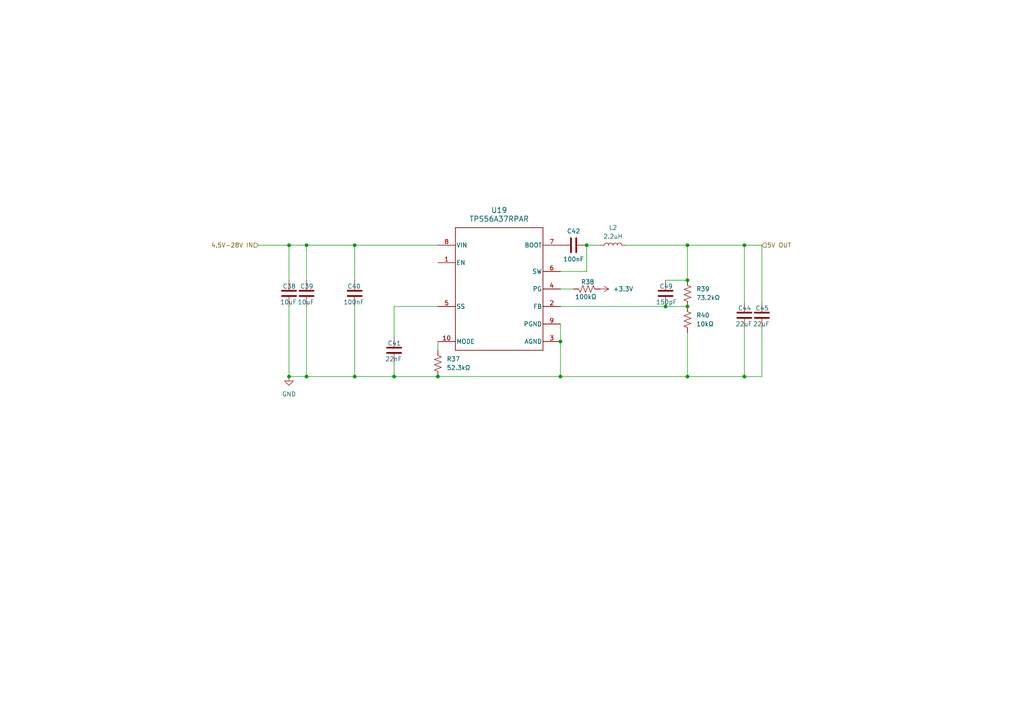
<source format=kicad_sch>
(kicad_sch (version 20231120) (generator "eeschema") (generator_version "8.0")
  (paper "A4")
  (lib_symbols
    (symbol "CM5IO:TPS56A37RPAR" (pin_names (offset 0.254))
      (property "Reference" "U" (at 0 2.54 0))
      (property "Value" "TPS56A37RPAR" (at 0 0 0))
      (symbol "TPS56A37RPAR_0_1"
        (polyline (pts (xy 5.08 -30.48) (xy 30.48 -30.48)) (stroke (width 0.2032)))
        (polyline (pts (xy 5.08 5.08) (xy 5.08 -30.48)) (stroke (width 0.2032)))
        (polyline (pts (xy 30.48 -30.48) (xy 30.48 5.08)) (stroke (width 0.2032)))
        (polyline (pts (xy 30.48 5.08) (xy 5.08 5.08)) (stroke (width 0.2032)))
        (pin input line (at 0 -5.08 0) (length 5.08) (name "EN") (number "1"))
        (pin unspecified line (at 0 -27.94 0) (length 5.08) (name "MODE") (number "10"))
        (pin unspecified line (at 35.56 -17.78 180) (length 5.08) (name "FB") (number "2"))
        (pin power_in line (at 35.56 -27.94 180) (length 5.08) (name "AGND") (number "3"))
        (pin open_collector line (at 35.56 -12.7 180) (length 5.08) (name "PG") (number "4"))
        (pin unspecified line (at 0 -17.78 0) (length 5.08) (name "SS") (number "5"))
        (pin unspecified line (at 35.56 -7.62 180) (length 5.08) (name "SW") (number "6"))
        (pin unspecified line (at 35.56 0 180) (length 5.08) (name "BOOT") (number "7"))
        (pin power_in line (at 0 0 0) (length 5.08) (name "VIN") (number "8"))
        (pin power_in line (at 35.56 -22.86 180) (length 5.08) (name "PGND") (number "9"))
      )
    )
    (symbol "Device:C" (pin_numbers hide) (pin_names (offset 0.254))
      (property "Reference" "C" (at 0.635 2.54 0))
      (property "Value" "C" (at 0.635 -2.54 0))
      (symbol "C_0_1"
        (polyline (pts (xy -2.032 -0.762) (xy 2.032 -0.762)) (stroke (width 0.508)))
        (polyline (pts (xy -2.032 0.762) (xy 2.032 0.762)) (stroke (width 0.508)))
      )
      (symbol "C_1_1"
        (pin passive line (at 0 3.81 270) (length 2.794) (name "~") (number "1"))
        (pin passive line (at 0 -3.81 90) (length 2.794) (name "~") (number "2"))
      )
    )
    (symbol "Device:L" (pin_numbers hide) (pin_names (offset 1.016) hide)
      (property "Reference" "L" (at -1.27 0 90))
      (property "Value" "L" (at 1.905 0 90))
      (symbol "L_0_1"
        (arc (start 0 -2.54) (mid 0.6323 -1.905) (end 0 -1.27))
        (arc (start 0 -1.27) (mid 0.6323 -0.635) (end 0 0))
        (arc (start 0 0) (mid 0.6323 0.635) (end 0 1.27))
        (arc (start 0 1.27) (mid 0.6323 1.905) (end 0 2.54))
      )
      (symbol "L_1_1"
        (pin passive line (at 0 3.81 270) (length 1.27) (name "1") (number "1"))
        (pin passive line (at 0 -3.81 90) (length 1.27) (name "2") (number "2"))
      )
    )
    (symbol "Device:R_US" (pin_numbers hide) (pin_names (offset 0))
      (property "Reference" "R" (at 2.54 0 90))
      (property "Value" "R_US" (at -2.54 0 90))
      (symbol "R_US_0_1"
        (polyline (pts (xy 0 -2.286) (xy 0 -2.54)))
        (polyline (pts (xy 0 2.286) (xy 0 2.54)))
        (polyline (pts (xy 0 -0.762) (xy 1.016 -1.143) (xy 0 -1.524) (xy -1.016 -1.905) (xy 0 -2.286)))
        (polyline (pts (xy 0 0.762) (xy 1.016 0.381) (xy 0 0) (xy -1.016 -0.381) (xy 0 -0.762)))
        (polyline (pts (xy 0 2.286) (xy 1.016 1.905) (xy 0 1.524) (xy -1.016 1.143) (xy 0 0.762)))
      )
      (symbol "R_US_1_1"
        (pin passive line (at 0 3.81 270) (length 1.27) (name "~") (number "1"))
        (pin passive line (at 0 -3.81 90) (length 1.27) (name "~") (number "2"))
      )
    )
    (symbol "power:+3.3V" (power) (pin_numbers hide) (pin_names (offset 0) hide)
      (property "Value" "+3.3V" (at 0 3.556 0))
      (symbol "+3.3V_0_1"
        (polyline (pts (xy -0.762 1.27) (xy 0 2.54)))
        (polyline (pts (xy 0 0) (xy 0 2.54)))
        (polyline (pts (xy 0 2.54) (xy 0.762 1.27)))
      )
      (symbol "+3.3V_1_1"
        (pin power_in line (at 0 0 90) (length 0) (name "~") (number "1"))
      )
    )
    (symbol "power:GND" (power) (pin_numbers hide) (pin_names (offset 0) hide)
      (property "Value" "GND" (at 0 -3.81 0))
      (symbol "GND_0_1"
        (polyline (pts (xy 0 0) (xy 0 -1.27) (xy 1.27 -1.27) (xy 0 -2.54) (xy -1.27 -1.27) (xy 0 -1.27)))
      )
      (symbol "GND_1_1"
        (pin power_in line (at 0 0 270) (length 0) (name "~") (number "1"))
      )
    )
  )
  (junction (at 193.04 88.9))
  (junction (at 199.39 81.28))
  (junction (at 114.3 109.22))
  (junction (at 170.18 71.12))
  (junction (at 215.9 109.22))
  (junction (at 102.87 109.22))
  (junction (at 215.9 71.12))
  (junction (at 199.39 109.22))
  (junction (at 127 109.22))
  (junction (at 162.56 99.06))
  (junction (at 83.82 71.12))
  (junction (at 199.39 88.9))
  (junction (at 83.82 109.22))
  (junction (at 88.9 109.22))
  (junction (at 88.9 71.12))
  (junction (at 199.39 71.12))
  (junction (at 102.87 71.12))
  (junction (at 162.56 109.22))
  (wire (pts (xy 83.82 81.28) (xy 83.82 71.12)))
  (wire (pts (xy 83.82 88.9) (xy 83.82 109.22)))
  (wire (pts (xy 215.9 87.63) (xy 215.9 71.12)))
  (wire (pts (xy 215.9 95.25) (xy 215.9 109.22)))
  (wire (pts (xy 162.56 88.9) (xy 193.04 88.9)))
  (wire (pts (xy 114.3 109.22) (xy 127 109.22)))
  (wire (pts (xy 127 101.6) (xy 127 99.06)))
  (wire (pts (xy 215.9 71.12) (xy 220.98 71.12)))
  (wire (pts (xy 220.98 87.63) (xy 220.98 71.12)))
  (wire (pts (xy 220.98 109.22) (xy 215.9 109.22)))
  (wire (pts (xy 162.56 99.06) (xy 162.56 109.22)))
  (wire (pts (xy 102.87 81.28) (xy 102.87 71.12)))
  (wire (pts (xy 74.93 71.12) (xy 83.82 71.12)))
  (wire (pts (xy 127 109.22) (xy 162.56 109.22)))
  (wire (pts (xy 102.87 71.12) (xy 127 71.12)))
  (wire (pts (xy 162.56 83.82) (xy 166.37 83.82)))
  (wire (pts (xy 114.3 109.22) (xy 114.3 105.41)))
  (wire (pts (xy 114.3 88.9) (xy 127 88.9)))
  (wire (pts (xy 162.56 93.98) (xy 162.56 99.06)))
  (wire (pts (xy 220.98 95.25) (xy 220.98 109.22)))
  (wire (pts (xy 193.04 88.9) (xy 199.39 88.9)))
  (wire (pts (xy 88.9 71.12) (xy 102.87 71.12)))
  (wire (pts (xy 173.99 71.12) (xy 170.18 71.12)))
  (wire (pts (xy 88.9 88.9) (xy 88.9 109.22)))
  (wire (pts (xy 199.39 109.22) (xy 162.56 109.22)))
  (wire (pts (xy 193.04 81.28) (xy 199.39 81.28)))
  (wire (pts (xy 102.87 109.22) (xy 114.3 109.22)))
  (wire (pts (xy 102.87 88.9) (xy 102.87 109.22)))
  (wire (pts (xy 181.61 71.12) (xy 199.39 71.12)))
  (wire (pts (xy 199.39 71.12) (xy 215.9 71.12)))
  (wire (pts (xy 199.39 71.12) (xy 199.39 81.28)))
  (wire (pts (xy 199.39 96.52) (xy 199.39 109.22)))
  (wire (pts (xy 114.3 97.79) (xy 114.3 88.9)))
  (wire (pts (xy 215.9 109.22) (xy 199.39 109.22)))
  (wire (pts (xy 83.82 71.12) (xy 88.9 71.12)))
  (wire (pts (xy 162.56 78.74) (xy 170.18 78.74)))
  (wire (pts (xy 170.18 78.74) (xy 170.18 71.12)))
  (wire (pts (xy 83.82 109.22) (xy 88.9 109.22)))
  (wire (pts (xy 88.9 81.28) (xy 88.9 71.12)))
  (wire (pts (xy 88.9 109.22) (xy 102.87 109.22)))
  (hierarchical_label "5V OUT" (shape input) (at 220.98 71.12 0))
  (hierarchical_label "4.5V-28V IN" (shape input) (at 74.93 71.12 180))
  (symbol (lib_id "Device:C") (at 166.37 71.12 90) (unit 1)
    (property "Reference" "C42" (at 166.37 67.056 90))
    (property "Value" "100nF" (at 166.37 75.184 90))
    (property "Footprint" "Capacitor_SMD:C_0603_1608Metric_Pad1.08x0.95mm_HandSolder" (effects (hide yes)))
    (property "Description" "Unpolarized capacitor" (effects (hide yes)))
  )
  (symbol (lib_id "power:+3.3V") (at 173.99 83.82 270) (mirror x) (unit 1)
    (property "Reference" "#PWR063" (effects (hide yes)))
    (property "Value" "+3.3V" (at 177.8 83.8199 90) (effects (justify left)))
    (property "Description" "Power symbol creates a global label with name \"+3.3V\"" (effects (hide yes)))
  )
  (symbol (lib_id "Device:C") (at 220.98 91.44 0) (mirror x) (unit 1)
    (property "Reference" "C45" (at 223.012 89.408 0) (effects (justify right)))
    (property "Value" "22uF" (at 223.266 93.98 0) (effects (justify right)))
    (property "Footprint" "Capacitor_SMD:C_0805_2012Metric_Pad1.18x1.45mm_HandSolder" (effects (hide yes)))
    (property "Description" "Unpolarized capacitor" (effects (hide yes)))
  )
  (symbol (lib_id "CM5IO:TPS56A37RPAR") (at 127 71.12 0) (unit 1)
    (property "Reference" "U19" (at 144.78 60.96 0) (effects (font (size 1.524 1.524))))
    (property "Value" "TPS56A37RPAR" (at 144.78 63.5 0) (effects (font (size 1.524 1.524))))
    (property "Footprint" "CM5IO:RPA0010A-MFG" (effects (hide yes)))
    (property "Datasheet" "TPS56A37RPAR" (effects (hide yes)))
  )
  (symbol (lib_id "Device:R_US") (at 127 105.41 0) (unit 1)
    (property "Reference" "R37" (at 129.54 104.1399 0) (effects (justify left)))
    (property "Value" "52.3kΩ" (at 129.54 106.6799 0) (effects (justify left)))
    (property "Footprint" "Resistor_SMD:R_0603_1608Metric_Pad0.98x0.95mm_HandSolder" (effects (hide yes)))
    (property "Description" "Resistor, US symbol" (effects (hide yes)))
  )
  (symbol (lib_id "Device:R_US") (at 199.39 92.71 0) (unit 1)
    (property "Reference" "R40" (at 201.93 91.4399 0) (effects (justify left)))
    (property "Value" "10kΩ" (at 201.93 93.9799 0) (effects (justify left)))
    (property "Footprint" "Resistor_SMD:R_0603_1608Metric_Pad0.98x0.95mm_HandSolder" (effects (hide yes)))
    (property "Description" "Resistor, US symbol" (effects (hide yes)))
  )
  (symbol (lib_id "Device:C") (at 215.9 91.44 0) (mirror x) (unit 1)
    (property "Reference" "C44" (at 217.932 89.408 0) (effects (justify right)))
    (property "Value" "22uF" (at 218.186 93.98 0) (effects (justify right)))
    (property "Footprint" "Capacitor_SMD:C_0805_2012Metric_Pad1.18x1.45mm_HandSolder" (effects (hide yes)))
    (property "Description" "Unpolarized capacitor" (effects (hide yes)))
  )
  (symbol (lib_id "Device:L") (at 177.8 71.12 90) (unit 1)
    (property "Reference" "L2" (at 177.8 66.04 90))
    (property "Value" "2.2uH" (at 177.8 68.58 90))
    (property "Footprint" "Inductor_SMD:L_Coilcraft_XAL7030-222" (effects (hide yes)))
    (property "Description" "Inductor" (effects (hide yes)))
  )
  (symbol (lib_id "power:GND") (at 83.82 109.22 0) (unit 1)
    (property "Reference" "#PWR098" (effects (hide yes)))
    (property "Value" "GND" (at 83.82 114.3 0))
    (property "Description" "Power symbol creates a global label with name \"GND\" , ground" (effects (hide yes)))
  )
  (symbol (lib_id "Device:R_US") (at 199.39 85.09 0) (unit 1)
    (property "Reference" "R39" (at 201.93 83.8199 0) (effects (justify left)))
    (property "Value" "73.2kΩ" (at 201.93 86.3599 0) (effects (justify left)))
    (property "Footprint" "Resistor_SMD:R_0603_1608Metric_Pad0.98x0.95mm_HandSolder" (effects (hide yes)))
    (property "Description" "Resistor, US symbol" (effects (hide yes)))
  )
  (symbol (lib_id "Device:C") (at 83.82 85.09 0) (mirror x) (unit 1)
    (property "Reference" "C38" (at 85.852 83.058 0) (effects (justify right)))
    (property "Value" "10uF" (at 86.106 87.63 0) (effects (justify right)))
    (property "Footprint" "Capacitor_SMD:C_0805_2012Metric_Pad1.18x1.45mm_HandSolder" (effects (hide yes)))
    (property "Description" "Unpolarized capacitor" (effects (hide yes)))
  )
  (symbol (lib_id "Device:C") (at 102.87 85.09 0) (mirror x) (unit 1)
    (property "Reference" "C40" (at 104.648 83.058 0) (effects (justify right)))
    (property "Value" "100nF" (at 105.664 87.63 0) (effects (justify right)))
    (property "Footprint" "Capacitor_SMD:C_0603_1608Metric_Pad1.08x0.95mm_HandSolder" (effects (hide yes)))
    (property "Description" "Unpolarized capacitor" (effects (hide yes)))
  )
  (symbol (lib_id "Device:C") (at 114.3 101.6 0) (mirror x) (unit 1)
    (property "Reference" "C41" (at 116.332 99.568 0) (effects (justify right)))
    (property "Value" "22nF" (at 116.586 104.14 0) (effects (justify right)))
    (property "Footprint" "Capacitor_SMD:C_0603_1608Metric_Pad1.08x0.95mm_HandSolder" (effects (hide yes)))
    (property "Description" "Unpolarized capacitor" (effects (hide yes)))
  )
  (symbol (lib_id "Device:C") (at 193.04 85.09 180) (unit 1)
    (property "Reference" "C49" (at 191.262 83.058 0) (effects (justify right)))
    (property "Value" "150pF" (at 190.246 87.63 0) (effects (justify right)))
    (property "Footprint" "Capacitor_SMD:C_0603_1608Metric_Pad1.08x0.95mm_HandSolder" (effects (hide yes)))
    (property "Description" "Unpolarized capacitor" (effects (hide yes)))
  )
  (symbol (lib_id "Device:R_US") (at 170.18 83.82 270) (mirror x) (unit 1)
    (property "Reference" "R38" (at 170.434 81.788 90))
    (property "Value" "100kΩ" (at 169.926 86.106 90))
    (property "Footprint" "Resistor_SMD:R_0603_1608Metric_Pad0.98x0.95mm_HandSolder" (effects (hide yes)))
    (property "Description" "Resistor, US symbol" (effects (hide yes)))
  )
  (symbol (lib_id "Device:C") (at 88.9 85.09 0) (mirror x) (unit 1)
    (property "Reference" "C39" (at 90.932 83.058 0) (effects (justify right)))
    (property "Value" "10uF" (at 91.186 87.63 0) (effects (justify right)))
    (property "Footprint" "Capacitor_SMD:C_0805_2012Metric_Pad1.18x1.45mm_HandSolder" (effects (hide yes)))
    (property "Description" "Unpolarized capacitor" (effects (hide yes)))
  )
)
</source>
